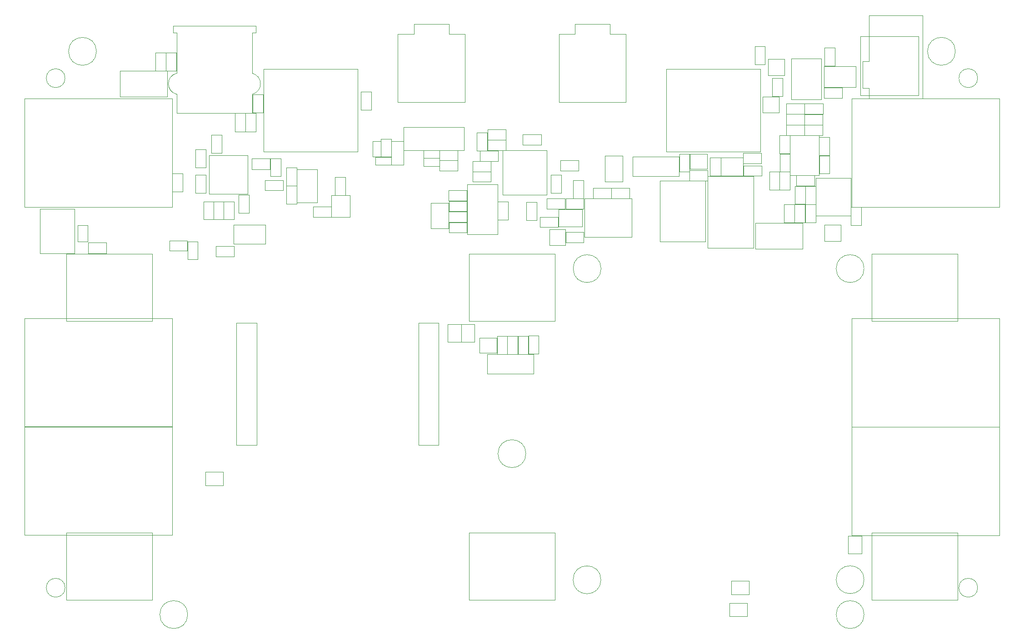
<source format=gbr>
%TF.GenerationSoftware,KiCad,Pcbnew,8.0.4+1*%
%TF.CreationDate,2024-10-16T16:42:29+00:00*%
%TF.ProjectId,pedalboard-hw,70656461-6c62-46f6-9172-642d68772e6b,4.0.0*%
%TF.SameCoordinates,Original*%
%TF.FileFunction,Other,User*%
%FSLAX46Y46*%
G04 Gerber Fmt 4.6, Leading zero omitted, Abs format (unit mm)*
G04 Created by KiCad (PCBNEW 8.0.4+1) date 2024-10-16 16:42:29*
%MOMM*%
%LPD*%
G01*
G04 APERTURE LIST*
%ADD10C,0.050000*%
%ADD11C,0.100000*%
%ADD12C,0.152400*%
%ADD13C,0.120000*%
G04 APERTURE END LIST*
D10*
%TO.C,TP3*%
X163260000Y-55360000D02*
X163260000Y-58360000D01*
X163260000Y-55360000D02*
X166260000Y-55360000D01*
X166260000Y-58360000D02*
X163260000Y-58360000D01*
X166260000Y-58360000D02*
X166260000Y-55360000D01*
%TO.C,R18*%
X148170000Y-44300000D02*
X151530000Y-44300000D01*
X148170000Y-46200000D02*
X148170000Y-44300000D01*
X151530000Y-44300000D02*
X151530000Y-46200000D01*
X151530000Y-46200000D02*
X148170000Y-46200000D01*
%TO.C,R21*%
X110210000Y-53860000D02*
X113570000Y-53860000D01*
X110210000Y-55760000D02*
X110210000Y-53860000D01*
X113570000Y-53860000D02*
X113570000Y-55760000D01*
X113570000Y-55760000D02*
X110210000Y-55760000D01*
%TO.C,C23*%
X114050000Y-43290000D02*
X117450000Y-43290000D01*
X114050000Y-45250000D02*
X114050000Y-43290000D01*
X117450000Y-43290000D02*
X117450000Y-45250000D01*
X117450000Y-45250000D02*
X114050000Y-45250000D01*
%TO.C,C48*%
X46030000Y-41260000D02*
X47990000Y-41260000D01*
X46030000Y-44660000D02*
X46030000Y-41260000D01*
X47990000Y-41260000D02*
X47990000Y-44660000D01*
X47990000Y-44660000D02*
X46030000Y-44660000D01*
%TO.C,H7*%
X170600000Y-121500000D02*
G75*
G02*
X165400000Y-121500000I-2600000J0D01*
G01*
X165400000Y-121500000D02*
G75*
G02*
X170600000Y-121500000I2600000J0D01*
G01*
%TO.C,FID1*%
X21750000Y-28000000D02*
G75*
G02*
X18250000Y-28000000I-1750000J0D01*
G01*
X18250000Y-28000000D02*
G75*
G02*
X21750000Y-28000000I1750000J0D01*
G01*
%TO.C,R10*%
X97720000Y-43510000D02*
X101080000Y-43510000D01*
X97720000Y-45410000D02*
X97720000Y-43510000D01*
X101080000Y-43510000D02*
X101080000Y-45410000D01*
X101080000Y-45410000D02*
X97720000Y-45410000D01*
%TO.C,J3*%
X113750000Y-19750000D02*
X113750000Y-20000000D01*
X113750000Y-20000000D02*
X113750000Y-32450000D01*
X113750000Y-32450000D02*
X126250000Y-32450000D01*
X116750000Y-17950000D02*
X116750000Y-19750000D01*
X116750000Y-19750000D02*
X113750000Y-19750000D01*
X123250000Y-17950000D02*
X116750000Y-17950000D01*
X123250000Y-19750000D02*
X123250000Y-17950000D01*
X126250000Y-19750000D02*
X123250000Y-19750000D01*
X126250000Y-32450000D02*
X126250000Y-19750000D01*
%TO.C,C21*%
X98460000Y-38150000D02*
X100420000Y-38150000D01*
X98460000Y-41550000D02*
X98460000Y-38150000D01*
X100420000Y-38150000D02*
X100420000Y-41550000D01*
X100420000Y-41550000D02*
X98460000Y-41550000D01*
%TO.C,C49*%
X46030000Y-46040000D02*
X47990000Y-46040000D01*
X46030000Y-49440000D02*
X46030000Y-46040000D01*
X47990000Y-46040000D02*
X47990000Y-49440000D01*
X47990000Y-49440000D02*
X46030000Y-49440000D01*
%TO.C,C29*%
X154860000Y-45460000D02*
X156820000Y-45460000D01*
X154860000Y-48860000D02*
X154860000Y-45460000D01*
X156820000Y-45460000D02*
X156820000Y-48860000D01*
X156820000Y-48860000D02*
X154860000Y-48860000D01*
%TO.C,FID2*%
X191755615Y-27994385D02*
G75*
G02*
X188255615Y-27994385I-1750000J0D01*
G01*
X188255615Y-27994385D02*
G75*
G02*
X191755615Y-27994385I1750000J0D01*
G01*
%TO.C,TP1*%
X151720000Y-31430000D02*
X151720000Y-34430000D01*
X151720000Y-31430000D02*
X154720000Y-31430000D01*
X154720000Y-34430000D02*
X151720000Y-34430000D01*
X154720000Y-34430000D02*
X154720000Y-31430000D01*
%TO.C,R9*%
X93257500Y-54900000D02*
X96617500Y-54900000D01*
X93257500Y-56800000D02*
X93257500Y-54900000D01*
X96617500Y-54900000D02*
X96617500Y-56800000D01*
X96617500Y-56800000D02*
X93257500Y-56800000D01*
%TO.C,J8*%
X14200000Y-31770000D02*
X14200000Y-52000000D01*
X14200000Y-52000000D02*
X41730000Y-52000000D01*
X41730000Y-31770000D02*
X14200000Y-31770000D01*
X41730000Y-31770000D02*
X41730000Y-52000000D01*
%TO.C,J19*%
X14200000Y-92970000D02*
X14200000Y-113200000D01*
X14200000Y-113200000D02*
X41730000Y-113200000D01*
X41730000Y-92970000D02*
X14200000Y-92970000D01*
X41730000Y-92970000D02*
X41730000Y-113200000D01*
%TO.C,C28*%
X155670000Y-51520000D02*
X157630000Y-51520000D01*
X155670000Y-54920000D02*
X155670000Y-51520000D01*
X157630000Y-51520000D02*
X157630000Y-54920000D01*
X157630000Y-54920000D02*
X155670000Y-54920000D01*
%TO.C,J7*%
X170337200Y-24888600D02*
X171537200Y-24888600D01*
X170337200Y-29888600D02*
X170337200Y-24888600D01*
X170337200Y-29888600D02*
X171537200Y-29888600D01*
X171537200Y-16288600D02*
X171537200Y-24888600D01*
X171537200Y-29888600D02*
X171537200Y-31788600D01*
X171537200Y-31788600D02*
X181537200Y-31788600D01*
X181537200Y-16288600D02*
X171537200Y-16288600D01*
X181537200Y-31788600D02*
X181537200Y-16288600D01*
%TO.C,U5*%
X118490000Y-50450000D02*
X118490000Y-57650000D01*
X118490000Y-57650000D02*
X127290000Y-57650000D01*
X127290000Y-50450000D02*
X118490000Y-50450000D01*
X127290000Y-57650000D02*
X127290000Y-50450000D01*
%TO.C,R20*%
X138087600Y-45186600D02*
X141447600Y-45186600D01*
X138087600Y-47086600D02*
X138087600Y-45186600D01*
X141447600Y-45186600D02*
X141447600Y-47086600D01*
X141447600Y-47086600D02*
X138087600Y-47086600D01*
%TO.C,J6*%
X169927200Y-20198600D02*
X169927200Y-31198600D01*
X169927200Y-31198600D02*
X180737200Y-31198600D01*
X180737200Y-20198600D02*
X169927200Y-20198600D01*
X180737200Y-31198600D02*
X180737200Y-20198600D01*
%TO.C,C24*%
X120110000Y-48440000D02*
X123510000Y-48440000D01*
X120110000Y-50400000D02*
X120110000Y-48440000D01*
X123510000Y-48440000D02*
X123510000Y-50400000D01*
X123510000Y-50400000D02*
X120110000Y-50400000D01*
%TO.C,C44*%
X49000000Y-38560000D02*
X50960000Y-38560000D01*
X49000000Y-41960000D02*
X49000000Y-38560000D01*
X50960000Y-38560000D02*
X50960000Y-41960000D01*
X50960000Y-41960000D02*
X49000000Y-41960000D01*
%TO.C,C43*%
X32015000Y-26642400D02*
X40815000Y-26642400D01*
X32015000Y-31442400D02*
X32015000Y-26642400D01*
X40815000Y-26642400D02*
X40815000Y-31442400D01*
X40815000Y-31442400D02*
X32015000Y-31442400D01*
%TO.C,SW4*%
X122360000Y-42460000D02*
X122360000Y-47260000D01*
X122360000Y-47260000D02*
X125660000Y-47260000D01*
X125660000Y-42460000D02*
X122360000Y-42460000D01*
X125660000Y-47260000D02*
X125660000Y-42460000D01*
%TO.C,R6*%
X97720000Y-45410000D02*
X101080000Y-45410000D01*
X97720000Y-47310000D02*
X97720000Y-45410000D01*
X101080000Y-45410000D02*
X101080000Y-47310000D01*
X101080000Y-47310000D02*
X97720000Y-47310000D01*
%TO.C,C45*%
X56540000Y-43010000D02*
X59940000Y-43010000D01*
X56540000Y-44970000D02*
X56540000Y-43010000D01*
X59940000Y-43010000D02*
X59940000Y-44970000D01*
X59940000Y-44970000D02*
X56540000Y-44970000D01*
%TO.C,C15*%
X93187500Y-52870000D02*
X96587500Y-52870000D01*
X93187500Y-54830000D02*
X93187500Y-52870000D01*
X96587500Y-52870000D02*
X96587500Y-54830000D01*
X96587500Y-54830000D02*
X93187500Y-54830000D01*
%TO.C,R29*%
X72041000Y-46437800D02*
X73941000Y-46437800D01*
X72041000Y-49797800D02*
X72041000Y-46437800D01*
X73941000Y-46437800D02*
X73941000Y-49797800D01*
X73941000Y-49797800D02*
X72041000Y-49797800D01*
%TO.C,JP3*%
X47899998Y-101400000D02*
X47899998Y-103900000D01*
X47899998Y-101400000D02*
X51199998Y-101400000D01*
X51199998Y-103900000D02*
X47899998Y-103900000D01*
X51199998Y-103900000D02*
X51199998Y-101400000D01*
%TO.C,C42*%
X40544600Y-23227600D02*
X42504600Y-23227600D01*
X40544600Y-26627600D02*
X40544600Y-23227600D01*
X42504600Y-23227600D02*
X42504600Y-26627600D01*
X42504600Y-26627600D02*
X40544600Y-26627600D01*
%TO.C,Y1*%
X64940000Y-45020000D02*
X64940000Y-51220000D01*
X64940000Y-51220000D02*
X68740000Y-51220000D01*
X68740000Y-45020000D02*
X64940000Y-45020000D01*
X68740000Y-51220000D02*
X68740000Y-45020000D01*
%TO.C,C33*%
X150379000Y-55014200D02*
X159179000Y-55014200D01*
X150379000Y-59814200D02*
X150379000Y-55014200D01*
X159179000Y-55014200D02*
X159179000Y-59814200D01*
X159179000Y-59814200D02*
X150379000Y-59814200D01*
%TO.C,R8*%
X93257500Y-50900000D02*
X96617500Y-50900000D01*
X93257500Y-52800000D02*
X93257500Y-50900000D01*
X96617500Y-50900000D02*
X96617500Y-52800000D01*
X96617500Y-52800000D02*
X93257500Y-52800000D01*
%TO.C,J20*%
X14200000Y-72770000D02*
X14200000Y-93000000D01*
X14200000Y-93000000D02*
X41730000Y-93000000D01*
X41730000Y-72770000D02*
X14200000Y-72770000D01*
X41730000Y-72770000D02*
X41730000Y-93000000D01*
%TO.C,J22*%
X168270000Y-113225000D02*
X168270000Y-92995000D01*
X168270000Y-113225000D02*
X195800000Y-113225000D01*
X195800000Y-92995000D02*
X168270000Y-92995000D01*
X195800000Y-113225000D02*
X195800000Y-92995000D01*
%TO.C,J12*%
X127515000Y-42650000D02*
X127515000Y-46250000D01*
X127515000Y-46250000D02*
X136165000Y-46250000D01*
X136165000Y-42650000D02*
X127515000Y-42650000D01*
X136165000Y-46250000D02*
X136165000Y-42650000D01*
%TO.C,R25*%
X49430000Y-50984400D02*
X51330000Y-50984400D01*
X49430000Y-54344400D02*
X49430000Y-50984400D01*
X51330000Y-50984400D02*
X51330000Y-54344400D01*
X51330000Y-54344400D02*
X49430000Y-54344400D01*
%TO.C,C34*%
X157940000Y-46130000D02*
X161340000Y-46130000D01*
X157940000Y-48090000D02*
X157940000Y-46130000D01*
X161340000Y-46130000D02*
X161340000Y-48090000D01*
X161340000Y-48090000D02*
X157940000Y-48090000D01*
%TO.C,R28*%
X51330000Y-50994400D02*
X53230000Y-50994400D01*
X51330000Y-54354400D02*
X51330000Y-50994400D01*
X53230000Y-50994400D02*
X53230000Y-54354400D01*
X53230000Y-54354400D02*
X51330000Y-54354400D01*
D11*
%TO.C,Y2*%
X113692000Y-52487500D02*
X113946000Y-52487500D01*
X113692000Y-55687900D02*
X113692000Y-52487500D01*
X113946000Y-52483700D02*
X118054000Y-52483700D01*
X113946000Y-55687900D02*
X113692000Y-55687900D01*
D12*
X118054000Y-52483700D02*
X118054000Y-52487500D01*
X118054000Y-52487500D02*
X118054000Y-52487500D01*
D11*
X118054000Y-52487500D02*
X118054000Y-55687900D01*
D12*
X118054000Y-55687900D02*
X118054000Y-55687900D01*
D11*
X118054000Y-55691700D02*
X113946000Y-55691700D01*
D12*
X118054000Y-55691700D02*
X118054000Y-55687900D01*
D10*
%TO.C,H6*%
X121580000Y-121520000D02*
G75*
G02*
X116380000Y-121520000I-2600000J0D01*
G01*
X116380000Y-121520000D02*
G75*
G02*
X121580000Y-121520000I2600000J0D01*
G01*
%TO.C,R15*%
X154880000Y-42090000D02*
X156780000Y-42090000D01*
X154880000Y-45450000D02*
X154880000Y-42090000D01*
X156780000Y-42090000D02*
X156780000Y-45450000D01*
X156780000Y-45450000D02*
X154880000Y-45450000D01*
%TO.C,D2*%
X115020000Y-56730000D02*
X118380000Y-56730000D01*
X115020000Y-58630000D02*
X115020000Y-56730000D01*
X118380000Y-56730000D02*
X118380000Y-58630000D01*
X118380000Y-58630000D02*
X115020000Y-58630000D01*
%TO.C,SW6*%
X97000000Y-60750000D02*
X97000000Y-73250000D01*
X97000000Y-73250000D02*
X113000000Y-73250000D01*
X113000000Y-60750000D02*
X97000000Y-60750000D01*
X113000000Y-73250000D02*
X113000000Y-60750000D01*
%TO.C,FID4*%
X191755615Y-122994385D02*
G75*
G02*
X188255615Y-122994385I-1750000J0D01*
G01*
X188255615Y-122994385D02*
G75*
G02*
X191755615Y-122994385I1750000J0D01*
G01*
%TO.C,C8*%
X153440000Y-27970000D02*
X155400000Y-27970000D01*
X153440000Y-31370000D02*
X153440000Y-27970000D01*
X155400000Y-27970000D02*
X155400000Y-31370000D01*
X155400000Y-31370000D02*
X153440000Y-31370000D01*
%TO.C,C37*%
X168150000Y-52030000D02*
X170110000Y-52030000D01*
X168150000Y-55430000D02*
X168150000Y-52030000D01*
X170110000Y-52030000D02*
X170110000Y-55430000D01*
X170110000Y-55430000D02*
X168150000Y-55430000D01*
%TO.C,R7*%
X136170000Y-42110000D02*
X138070000Y-42110000D01*
X136170000Y-45470000D02*
X136170000Y-42110000D01*
X138070000Y-42110000D02*
X138070000Y-45470000D01*
X138070000Y-45470000D02*
X136170000Y-45470000D01*
%TO.C,SW3*%
X89860000Y-51250000D02*
X89860000Y-56050000D01*
X89860000Y-56050000D02*
X93160000Y-56050000D01*
X93160000Y-51250000D02*
X89860000Y-51250000D01*
X93160000Y-56050000D02*
X93160000Y-51250000D01*
%TO.C,R13*%
X162260000Y-42450000D02*
X164160000Y-42450000D01*
X162260000Y-45810000D02*
X162260000Y-42450000D01*
X164160000Y-42450000D02*
X164160000Y-45810000D01*
X164160000Y-45810000D02*
X162260000Y-45810000D01*
%TO.C,JP6*%
X145550000Y-125850000D02*
X145550000Y-128350000D01*
X145550000Y-125850000D02*
X148850000Y-125850000D01*
X148850000Y-128350000D02*
X145550000Y-128350000D01*
X148850000Y-128350000D02*
X148850000Y-125850000D01*
%TO.C,H1*%
X27600000Y-23000000D02*
G75*
G02*
X22400000Y-23000000I-2600000J0D01*
G01*
X22400000Y-23000000D02*
G75*
G02*
X27600000Y-23000000I2600000J0D01*
G01*
%TO.C,C32*%
X159640000Y-51520000D02*
X161600000Y-51520000D01*
X159640000Y-54920000D02*
X159640000Y-51520000D01*
X161600000Y-51520000D02*
X161600000Y-54920000D01*
X161600000Y-54920000D02*
X159640000Y-54920000D01*
%TO.C,J5*%
X168285000Y-52030000D02*
X168285000Y-31800000D01*
X168285000Y-52030000D02*
X195815000Y-52030000D01*
X195815000Y-31800000D02*
X168285000Y-31800000D01*
X195815000Y-52030000D02*
X195815000Y-31800000D01*
%TO.C,R26*%
X47530000Y-50984400D02*
X49430000Y-50984400D01*
X47530000Y-54344400D02*
X47530000Y-50984400D01*
X49430000Y-50984400D02*
X49430000Y-54344400D01*
X49430000Y-54344400D02*
X47530000Y-54344400D01*
%TO.C,C30*%
X162230000Y-39020000D02*
X164190000Y-39020000D01*
X162230000Y-42420000D02*
X162230000Y-39020000D01*
X164190000Y-39020000D02*
X164190000Y-42420000D01*
X164190000Y-42420000D02*
X162230000Y-42420000D01*
%TO.C,JP5*%
X145850000Y-121750000D02*
X145850000Y-124250000D01*
X145850000Y-121750000D02*
X149150000Y-121750000D01*
X149150000Y-124250000D02*
X145850000Y-124250000D01*
X149150000Y-124250000D02*
X149150000Y-121750000D01*
%TO.C,R23*%
X44558200Y-58452000D02*
X46458200Y-58452000D01*
X44558200Y-61812000D02*
X44558200Y-58452000D01*
X46458200Y-58452000D02*
X46458200Y-61812000D01*
X46458200Y-61812000D02*
X44558200Y-61812000D01*
%TO.C,H4*%
X170600000Y-63500000D02*
G75*
G02*
X165400000Y-63500000I-2600000J0D01*
G01*
X165400000Y-63500000D02*
G75*
G02*
X170600000Y-63500000I2600000J0D01*
G01*
%TO.C,H5*%
X121600000Y-63500000D02*
G75*
G02*
X116400000Y-63500000I-2600000J0D01*
G01*
X116400000Y-63500000D02*
G75*
G02*
X121600000Y-63500000I2600000J0D01*
G01*
%TO.C,C35*%
X154860000Y-38670000D02*
X156820000Y-38670000D01*
X154860000Y-42070000D02*
X154860000Y-38670000D01*
X156820000Y-38670000D02*
X156820000Y-42070000D01*
X156820000Y-42070000D02*
X154860000Y-42070000D01*
%TO.C,SW1*%
X58750000Y-26300000D02*
X58750000Y-41700000D01*
X58750000Y-26300000D02*
X76250000Y-26300000D01*
X76250000Y-41700000D02*
X58750000Y-41700000D01*
X76250000Y-41700000D02*
X76250000Y-26300000D01*
%TO.C,C9*%
X156100000Y-34710000D02*
X159500000Y-34710000D01*
X156100000Y-36670000D02*
X156100000Y-34710000D01*
X159500000Y-34710000D02*
X159500000Y-36670000D01*
X159500000Y-36670000D02*
X156100000Y-36670000D01*
%TO.C,U6*%
X156820000Y-38700000D02*
X156820000Y-46100000D01*
X156820000Y-46100000D02*
X162220000Y-46100000D01*
X162220000Y-38700000D02*
X156820000Y-38700000D01*
X162220000Y-46100000D02*
X162220000Y-38700000D01*
%TO.C,C18*%
X93211200Y-48915800D02*
X96611200Y-48915800D01*
X93211200Y-50875800D02*
X93211200Y-48915800D01*
X96611200Y-48915800D02*
X96611200Y-50875800D01*
X96611200Y-50875800D02*
X93211200Y-50875800D01*
%TO.C,C41*%
X38584600Y-23227600D02*
X40544600Y-23227600D01*
X38584600Y-26627600D02*
X38584600Y-23227600D01*
X40544600Y-23227600D02*
X40544600Y-26627600D01*
X40544600Y-26627600D02*
X38584600Y-26627600D01*
%TO.C,R22*%
X41186600Y-58267600D02*
X44546600Y-58267600D01*
X41186600Y-60167600D02*
X41186600Y-58267600D01*
X44546600Y-58267600D02*
X44546600Y-60167600D01*
X44546600Y-60167600D02*
X41186600Y-60167600D01*
%TO.C,R3*%
X80596600Y-39316400D02*
X82496600Y-39316400D01*
X80596600Y-42676400D02*
X80596600Y-39316400D01*
X82496600Y-39316400D02*
X82496600Y-42676400D01*
X82496600Y-42676400D02*
X80596600Y-42676400D01*
%TO.C,C19*%
X102370000Y-51000000D02*
X104330000Y-51000000D01*
X102370000Y-54400000D02*
X102370000Y-51000000D01*
X104330000Y-51000000D02*
X104330000Y-54400000D01*
X104330000Y-54400000D02*
X102370000Y-54400000D01*
%TO.C,U10*%
X71392600Y-49827000D02*
X71392600Y-53927000D01*
X71392600Y-53927000D02*
X74792600Y-53927000D01*
X74792600Y-49827000D02*
X71392600Y-49827000D01*
X74792600Y-53927000D02*
X74792600Y-49827000D01*
%TO.C,H15*%
X170600000Y-128000000D02*
G75*
G02*
X165400000Y-128000000I-2600000J0D01*
G01*
X165400000Y-128000000D02*
G75*
G02*
X170600000Y-128000000I2600000J0D01*
G01*
%TO.C,R27*%
X59020000Y-47030000D02*
X62380000Y-47030000D01*
X59020000Y-48930000D02*
X59020000Y-47030000D01*
X62380000Y-47030000D02*
X62380000Y-48930000D01*
X62380000Y-48930000D02*
X59020000Y-48930000D01*
%TO.C,C50*%
X26050000Y-58670000D02*
X29450000Y-58670000D01*
X26050000Y-60630000D02*
X26050000Y-58670000D01*
X29450000Y-58670000D02*
X29450000Y-60630000D01*
X29450000Y-60630000D02*
X26050000Y-60630000D01*
%TO.C,Q1*%
X157060000Y-24360000D02*
X162660000Y-24360000D01*
X162660000Y-31960000D01*
X157060000Y-31960000D01*
X157060000Y-24360000D01*
%TO.C,R11*%
X115020000Y-50437700D02*
X118380000Y-50437700D01*
X115020000Y-52337700D02*
X115020000Y-50437700D01*
X118380000Y-50437700D02*
X118380000Y-52337700D01*
X118380000Y-52337700D02*
X115020000Y-52337700D01*
%TO.C,C51*%
X56720000Y-31050000D02*
X58680000Y-31050000D01*
X56720000Y-34450000D02*
X56720000Y-31050000D01*
X58680000Y-31050000D02*
X58680000Y-34450000D01*
X58680000Y-34450000D02*
X56720000Y-34450000D01*
%TO.C,C1*%
X76820000Y-30500000D02*
X78780000Y-30500000D01*
X76820000Y-33900000D02*
X76820000Y-30500000D01*
X78780000Y-30500000D02*
X78780000Y-33900000D01*
X78780000Y-33900000D02*
X76820000Y-33900000D01*
%TO.C,C3*%
X159530000Y-32750000D02*
X162930000Y-32750000D01*
X159530000Y-34710000D02*
X159530000Y-32750000D01*
X162930000Y-32750000D02*
X162930000Y-34710000D01*
X162930000Y-34710000D02*
X159530000Y-34710000D01*
%TO.C,J16*%
X100375000Y-79500000D02*
X100375000Y-83100000D01*
X100375000Y-83100000D02*
X109025000Y-83100000D01*
X109025000Y-79500000D02*
X100375000Y-79500000D01*
X109025000Y-83100000D02*
X109025000Y-79500000D01*
%TO.C,C2*%
X163130000Y-29750000D02*
X166530000Y-29750000D01*
X163130000Y-31710000D02*
X163130000Y-29750000D01*
X166530000Y-29750000D02*
X166530000Y-31710000D01*
X166530000Y-31710000D02*
X163130000Y-31710000D01*
%TO.C,J18*%
X168270000Y-93010000D02*
X168270000Y-72780000D01*
X168270000Y-93010000D02*
X195800000Y-93010000D01*
X195800000Y-72780000D02*
X168270000Y-72780000D01*
X195800000Y-93010000D02*
X195800000Y-72780000D01*
%TO.C,C4*%
X163190000Y-22330000D02*
X165150000Y-22330000D01*
X163190000Y-25730000D02*
X163190000Y-22330000D01*
X165150000Y-22330000D02*
X165150000Y-25730000D01*
X165150000Y-25730000D02*
X163190000Y-25730000D01*
%TO.C,J9*%
X17090000Y-60640000D02*
X17090000Y-52370000D01*
X17090000Y-60640000D02*
X23550000Y-60640000D01*
X23550000Y-52370000D02*
X17090000Y-52370000D01*
X23550000Y-52370000D02*
X23550000Y-60640000D01*
%TO.C,C36*%
X157650000Y-51530000D02*
X159610000Y-51530000D01*
X157650000Y-54930000D02*
X157650000Y-51530000D01*
X159610000Y-51530000D02*
X159610000Y-54930000D01*
X159610000Y-54930000D02*
X157650000Y-54930000D01*
%TO.C,C40*%
X53370000Y-34550000D02*
X55330000Y-34550000D01*
X53370000Y-37950000D02*
X53370000Y-34550000D01*
X55330000Y-34550000D02*
X55330000Y-37950000D01*
X55330000Y-37950000D02*
X53370000Y-37950000D01*
%TO.C,JP4*%
X167650000Y-116650000D02*
X167650000Y-113350000D01*
X167650000Y-116650000D02*
X170150000Y-116650000D01*
X170150000Y-113350000D02*
X167650000Y-113350000D01*
X170150000Y-113350000D02*
X170150000Y-116650000D01*
%TO.C,SW5*%
X22000000Y-60750000D02*
X22000000Y-73250000D01*
X22000000Y-73250000D02*
X38000000Y-73250000D01*
X38000000Y-60750000D02*
X22000000Y-60750000D01*
X38000000Y-73250000D02*
X38000000Y-60750000D01*
%TO.C,U9*%
X48590000Y-42360000D02*
X48590000Y-49560000D01*
X48590000Y-49560000D02*
X55790000Y-49560000D01*
X55790000Y-42360000D02*
X48590000Y-42360000D01*
X55790000Y-49560000D02*
X55790000Y-42360000D01*
%TO.C,U2*%
X84811600Y-37101400D02*
X84811600Y-41441400D01*
X84811600Y-41441400D02*
X96111600Y-41441400D01*
X96111600Y-37101400D02*
X84811600Y-37101400D01*
X96111600Y-41441400D02*
X96111600Y-37101400D01*
%TO.C,U8*%
X53170000Y-58910000D02*
X53170000Y-55310000D01*
X59070000Y-55310000D02*
X53170000Y-55310000D01*
X59070000Y-58910000D02*
X53170000Y-58910000D01*
X59070000Y-58910000D02*
X59070000Y-55310000D01*
%TO.C,R4*%
X91529000Y-41441400D02*
X94889000Y-41441400D01*
X91529000Y-43341400D02*
X91529000Y-41441400D01*
X94889000Y-41441400D02*
X94889000Y-43341400D01*
X94889000Y-43341400D02*
X91529000Y-43341400D01*
%TO.C,R16*%
X108090000Y-76022500D02*
X109990000Y-76022500D01*
X108090000Y-79382500D02*
X108090000Y-76022500D01*
X109990000Y-76022500D02*
X109990000Y-79382500D01*
X109990000Y-79382500D02*
X108090000Y-79382500D01*
%TO.C,JP2*%
X95550000Y-77150000D02*
X95550000Y-73850000D01*
X95550000Y-77150000D02*
X98050000Y-77150000D01*
X98050000Y-73850000D02*
X95550000Y-73850000D01*
X98050000Y-73850000D02*
X98050000Y-77150000D01*
%TO.C,JP1*%
X93050000Y-77150000D02*
X93050000Y-73850000D01*
X93050000Y-77150000D02*
X95550000Y-77150000D01*
X95550000Y-73850000D02*
X93050000Y-73850000D01*
X95550000Y-73850000D02*
X95550000Y-77150000D01*
%TO.C,R24*%
X60020000Y-42940000D02*
X61920000Y-42940000D01*
X60020000Y-46300000D02*
X60020000Y-42940000D01*
X61920000Y-42940000D02*
X61920000Y-46300000D01*
X61920000Y-46300000D02*
X60020000Y-46300000D01*
%TO.C,U3*%
X103280000Y-41480000D02*
X103280000Y-49720000D01*
X103280000Y-49720000D02*
X111520000Y-49720000D01*
X111520000Y-41480000D02*
X103280000Y-41480000D01*
X111520000Y-49720000D02*
X111520000Y-41480000D01*
%TO.C,C46*%
X49820000Y-59320000D02*
X53220000Y-59320000D01*
X49820000Y-61280000D02*
X49820000Y-59320000D01*
X53220000Y-59320000D02*
X53220000Y-61280000D01*
X53220000Y-61280000D02*
X49820000Y-61280000D01*
%TO.C,D7*%
X104140000Y-76072500D02*
X106040000Y-76072500D01*
X104140000Y-79432500D02*
X104140000Y-76072500D01*
X106040000Y-76072500D02*
X106040000Y-79432500D01*
X106040000Y-79432500D02*
X104140000Y-79432500D01*
%TO.C,C38*%
X67938200Y-51963800D02*
X71338200Y-51963800D01*
X67938200Y-53923800D02*
X67938200Y-51963800D01*
X71338200Y-51963800D02*
X71338200Y-53923800D01*
X71338200Y-53923800D02*
X67938200Y-53923800D01*
%TO.C,C27*%
X123530000Y-48470000D02*
X126930000Y-48470000D01*
X123530000Y-50430000D02*
X123530000Y-48470000D01*
X126930000Y-48470000D02*
X126930000Y-50430000D01*
X126930000Y-50430000D02*
X123530000Y-50430000D01*
%TO.C,C10*%
X159510000Y-34730000D02*
X162910000Y-34730000D01*
X159510000Y-36690000D02*
X159510000Y-34730000D01*
X162910000Y-34730000D02*
X162910000Y-36690000D01*
X162910000Y-36690000D02*
X159510000Y-36690000D01*
%TO.C,R19*%
X148070000Y-42000000D02*
X151430000Y-42000000D01*
X148070000Y-43900000D02*
X148070000Y-42000000D01*
X151430000Y-42000000D02*
X151430000Y-43900000D01*
X151430000Y-43900000D02*
X148070000Y-43900000D01*
%TO.C,R12*%
X152960000Y-45450000D02*
X154860000Y-45450000D01*
X152960000Y-48810000D02*
X152960000Y-45450000D01*
X154860000Y-45450000D02*
X154860000Y-48810000D01*
X154860000Y-48810000D02*
X152960000Y-48810000D01*
%TO.C,C13*%
X107040000Y-38480000D02*
X110440000Y-38480000D01*
X107040000Y-40440000D02*
X107040000Y-38480000D01*
X110440000Y-38480000D02*
X110440000Y-40440000D01*
X110440000Y-40440000D02*
X107040000Y-40440000D01*
%TO.C,R5*%
X91529000Y-43341400D02*
X94889000Y-43341400D01*
X91529000Y-45241400D02*
X91529000Y-43341400D01*
X94889000Y-43341400D02*
X94889000Y-45241400D01*
X94889000Y-45241400D02*
X91529000Y-45241400D01*
%TO.C,L4*%
X79091600Y-39716400D02*
X80551600Y-39716400D01*
X79091600Y-42676400D02*
X79091600Y-39716400D01*
X80551600Y-39716400D02*
X80551600Y-42676400D01*
X80551600Y-42676400D02*
X79091600Y-42676400D01*
%TO.C,D1*%
X82511600Y-44121400D02*
X82511600Y-39721400D01*
X84811600Y-39721400D02*
X82511600Y-39721400D01*
X84811600Y-39721400D02*
X84811600Y-44121400D01*
X84811600Y-44121400D02*
X82511600Y-44121400D01*
%TO.C,J10*%
X41880000Y-18260000D02*
X41880000Y-19560000D01*
X41880000Y-19560000D02*
X42530000Y-19560000D01*
X42530000Y-19560000D02*
X42530000Y-27090000D01*
X42530000Y-34520000D02*
X42530000Y-30990000D01*
X56630000Y-19560000D02*
X56630000Y-27090000D01*
X56630000Y-34520000D02*
X42530000Y-34520000D01*
X56630000Y-34520000D02*
X56630000Y-30990000D01*
X57280000Y-18260000D02*
X41880000Y-18260000D01*
X57280000Y-18260000D02*
X57280000Y-19560000D01*
X57280000Y-19560000D02*
X56630000Y-19560000D01*
X42530000Y-30990000D02*
G75*
G02*
X42530000Y-27090000I480000J1950000D01*
G01*
X56630000Y-27090000D02*
G75*
G02*
X56630000Y-30990000I-480000J-1950000D01*
G01*
%TO.C,C17*%
X100490000Y-37560000D02*
X103890000Y-37560000D01*
X100490000Y-39520000D02*
X100490000Y-37560000D01*
X103890000Y-37560000D02*
X103890000Y-39520000D01*
X103890000Y-39520000D02*
X100490000Y-39520000D01*
%TO.C,R1*%
X150247600Y-22053800D02*
X152147600Y-22053800D01*
X150247600Y-25413800D02*
X150247600Y-22053800D01*
X152147600Y-22053800D02*
X152147600Y-25413800D01*
X152147600Y-25413800D02*
X150247600Y-25413800D01*
%TO.C,L1*%
X79541600Y-42691400D02*
X82501600Y-42691400D01*
X79541600Y-44151400D02*
X79541600Y-42691400D01*
X82501600Y-42691400D02*
X82501600Y-44151400D01*
X82501600Y-44151400D02*
X79541600Y-44151400D01*
%TO.C,C22*%
X111500000Y-50407700D02*
X114900000Y-50407700D01*
X111500000Y-52367700D02*
X111500000Y-50407700D01*
X114900000Y-50407700D02*
X114900000Y-52367700D01*
X114900000Y-52367700D02*
X111500000Y-52367700D01*
%TO.C,F1*%
X163120000Y-25760000D02*
X169020000Y-25760000D01*
X163120000Y-29660000D02*
X163120000Y-25760000D01*
X169020000Y-25760000D02*
X169020000Y-29660000D01*
X169020000Y-29660000D02*
X163120000Y-29660000D01*
%TO.C,J28*%
X132550000Y-47100000D02*
X132550000Y-58500000D01*
X132550000Y-58500000D02*
X141050000Y-58500000D01*
X141050000Y-47100000D02*
X132550000Y-47100000D01*
X141050000Y-58500000D02*
X141050000Y-47100000D01*
%TO.C,SW10*%
X172000000Y-112750000D02*
X172000000Y-125250000D01*
X172000000Y-125250000D02*
X188000000Y-125250000D01*
X188000000Y-112750000D02*
X172000000Y-112750000D01*
X188000000Y-125250000D02*
X188000000Y-112750000D01*
%TO.C,U4*%
X96640000Y-47800000D02*
X96640000Y-57100000D01*
X96640000Y-57100000D02*
X102360000Y-57100000D01*
X102360000Y-47800000D02*
X96640000Y-47800000D01*
X102360000Y-57100000D02*
X102360000Y-47800000D01*
%TO.C,C47*%
X54050000Y-49740000D02*
X56010000Y-49740000D01*
X54050000Y-53140000D02*
X54050000Y-49740000D01*
X56010000Y-49740000D02*
X56010000Y-53140000D01*
X56010000Y-53140000D02*
X54050000Y-53140000D01*
D13*
%TO.C,CM1*%
X53650000Y-73600000D02*
X57430000Y-73600000D01*
X53650000Y-96400000D02*
X53650000Y-73600000D01*
X57430000Y-73600000D02*
X57430000Y-96400000D01*
X57430000Y-96400000D02*
X53650000Y-96400000D01*
X87570000Y-73600000D02*
X91350000Y-73600000D01*
X87570000Y-96400000D02*
X87570000Y-73600000D01*
X91350000Y-73600000D02*
X91350000Y-96400000D01*
X91350000Y-96400000D02*
X87570000Y-96400000D01*
D10*
%TO.C,FID3*%
X21755615Y-122994385D02*
G75*
G02*
X18255615Y-122994385I-1750000J0D01*
G01*
X18255615Y-122994385D02*
G75*
G02*
X21755615Y-122994385I1750000J0D01*
G01*
%TO.C,SW7*%
X172000000Y-60750000D02*
X172000000Y-73250000D01*
X172000000Y-73250000D02*
X188000000Y-73250000D01*
X188000000Y-60750000D02*
X172000000Y-60750000D01*
X188000000Y-73250000D02*
X188000000Y-60750000D01*
%TO.C,C5*%
X156090000Y-36690000D02*
X159490000Y-36690000D01*
X156090000Y-38650000D02*
X156090000Y-36690000D01*
X159490000Y-36690000D02*
X159490000Y-38650000D01*
X159490000Y-38650000D02*
X156090000Y-38650000D01*
%TO.C,H14*%
X44600000Y-128000000D02*
G75*
G02*
X39400000Y-128000000I-2600000J0D01*
G01*
X39400000Y-128000000D02*
G75*
G02*
X44600000Y-128000000I2600000J0D01*
G01*
%TO.C,C6*%
X156120000Y-32750000D02*
X159520000Y-32750000D01*
X156120000Y-34710000D02*
X156120000Y-32750000D01*
X159520000Y-32750000D02*
X159520000Y-34710000D01*
X159520000Y-34710000D02*
X156120000Y-34710000D01*
%TO.C,SW8*%
X22000000Y-112750000D02*
X22000000Y-125250000D01*
X22000000Y-125250000D02*
X38000000Y-125250000D01*
X38000000Y-112750000D02*
X22000000Y-112750000D01*
X38000000Y-125250000D02*
X38000000Y-112750000D01*
%TO.C,C7*%
X159500000Y-36700000D02*
X162900000Y-36700000D01*
X159500000Y-38660000D02*
X159500000Y-36700000D01*
X162900000Y-36700000D02*
X162900000Y-38660000D01*
X162900000Y-38660000D02*
X159500000Y-38660000D01*
%TO.C,R17*%
X102240000Y-76072500D02*
X104140000Y-76072500D01*
X102240000Y-79432500D02*
X102240000Y-76072500D01*
X104140000Y-76072500D02*
X104140000Y-79432500D01*
X104140000Y-79432500D02*
X102240000Y-79432500D01*
%TO.C,C16*%
X112220000Y-46000000D02*
X114180000Y-46000000D01*
X112220000Y-49400000D02*
X112220000Y-46000000D01*
X114180000Y-46000000D02*
X114180000Y-49400000D01*
X114180000Y-49400000D02*
X112220000Y-49400000D01*
%TO.C,R14*%
X157720000Y-48120000D02*
X159620000Y-48120000D01*
X157720000Y-51480000D02*
X157720000Y-48120000D01*
X159620000Y-48120000D02*
X159620000Y-51480000D01*
X159620000Y-51480000D02*
X157720000Y-51480000D01*
%TO.C,H3*%
X187605615Y-22994385D02*
G75*
G02*
X182405615Y-22994385I-2600000J0D01*
G01*
X182405615Y-22994385D02*
G75*
G02*
X187605615Y-22994385I2600000J0D01*
G01*
%TO.C,D6*%
X106140000Y-76072500D02*
X108040000Y-76072500D01*
X106140000Y-79432500D02*
X106140000Y-76072500D01*
X108040000Y-76072500D02*
X108040000Y-79432500D01*
X108040000Y-79432500D02*
X106140000Y-79432500D01*
%TO.C,C14*%
X100500000Y-39520000D02*
X103900000Y-39520000D01*
X100500000Y-41480000D02*
X100500000Y-39520000D01*
X103900000Y-39520000D02*
X103900000Y-41480000D01*
X103900000Y-41480000D02*
X100500000Y-41480000D01*
%TO.C,L2*%
X88529000Y-42917400D02*
X91489000Y-42917400D01*
X88529000Y-44377400D02*
X88529000Y-42917400D01*
X91489000Y-42917400D02*
X91489000Y-44377400D01*
X91489000Y-44377400D02*
X88529000Y-44377400D01*
%TO.C,U11*%
X24140000Y-55450000D02*
X25960000Y-55450000D01*
X24140000Y-58450000D02*
X24140000Y-55450000D01*
X25960000Y-55450000D02*
X25960000Y-58450000D01*
X25960000Y-58450000D02*
X24140000Y-58450000D01*
%TO.C,TP2*%
X152730000Y-24440000D02*
X152730000Y-27440000D01*
X152730000Y-24440000D02*
X155730000Y-24440000D01*
X155730000Y-27440000D02*
X152730000Y-27440000D01*
X155730000Y-27440000D02*
X155730000Y-24440000D01*
%TO.C,C11*%
X62980000Y-44660000D02*
X64940000Y-44660000D01*
X62980000Y-48060000D02*
X62980000Y-44660000D01*
X64940000Y-44660000D02*
X64940000Y-48060000D01*
X64940000Y-48060000D02*
X62980000Y-48060000D01*
%TO.C,R2*%
X41750000Y-45780000D02*
X43650000Y-45780000D01*
X41750000Y-49140000D02*
X41750000Y-45780000D01*
X43650000Y-45780000D02*
X43650000Y-49140000D01*
X43650000Y-49140000D02*
X41750000Y-49140000D01*
%TO.C,U1*%
X138150000Y-42100000D02*
X138150000Y-44900000D01*
X138150000Y-42100000D02*
X141350000Y-42100000D01*
X138150000Y-44900000D02*
X141350000Y-44900000D01*
X141350000Y-44900000D02*
X141350000Y-42100000D01*
%TO.C,SW2*%
X133750000Y-26300000D02*
X133750000Y-41700000D01*
X133750000Y-26300000D02*
X151250000Y-26300000D01*
X151250000Y-41700000D02*
X133750000Y-41700000D01*
X151250000Y-41700000D02*
X151250000Y-26300000D01*
%TO.C,H16*%
X107600000Y-98000000D02*
G75*
G02*
X102400000Y-98000000I-2600000J0D01*
G01*
X102400000Y-98000000D02*
G75*
G02*
X107600000Y-98000000I2600000J0D01*
G01*
%TO.C,SW9*%
X97000000Y-112750000D02*
X97000000Y-125250000D01*
X97000000Y-125250000D02*
X113000000Y-125250000D01*
X113000000Y-112750000D02*
X97000000Y-112750000D01*
X113000000Y-125250000D02*
X113000000Y-112750000D01*
%TO.C,U7*%
X98990600Y-76452500D02*
X98990600Y-79252500D01*
X98990600Y-76452500D02*
X102190600Y-76452500D01*
X98990600Y-79252500D02*
X102190600Y-79252500D01*
X102190600Y-79252500D02*
X102190600Y-76452500D01*
%TO.C,C20*%
X107660000Y-51100000D02*
X109620000Y-51100000D01*
X107660000Y-54500000D02*
X107660000Y-51100000D01*
X109620000Y-51100000D02*
X109620000Y-54500000D01*
X109620000Y-54500000D02*
X107660000Y-54500000D01*
%TO.C,C26*%
X116420000Y-47000000D02*
X118380000Y-47000000D01*
X116420000Y-50400000D02*
X116420000Y-47000000D01*
X118380000Y-47000000D02*
X118380000Y-50400000D01*
X118380000Y-50400000D02*
X116420000Y-50400000D01*
%TO.C,C31*%
X159690000Y-48120000D02*
X161650000Y-48120000D01*
X159690000Y-51520000D02*
X159690000Y-48120000D01*
X161650000Y-48120000D02*
X161650000Y-51520000D01*
X161650000Y-51520000D02*
X159690000Y-51520000D01*
%TO.C,TP4*%
X111990000Y-56160000D02*
X111990000Y-59160000D01*
X111990000Y-56160000D02*
X114990000Y-56160000D01*
X114990000Y-59160000D02*
X111990000Y-59160000D01*
X114990000Y-59160000D02*
X114990000Y-56160000D01*
%TO.C,L5*%
X161650000Y-46640000D02*
X161650000Y-53640000D01*
X161650000Y-53640000D02*
X168150000Y-53640000D01*
X168150000Y-46640000D02*
X161650000Y-46640000D01*
X168150000Y-53640000D02*
X168150000Y-46640000D01*
%TO.C,U12*%
X143950000Y-42800000D02*
X143950000Y-46200000D01*
X143950000Y-46200000D02*
X148050000Y-46200000D01*
X148050000Y-42800000D02*
X143950000Y-42800000D01*
X148050000Y-46200000D02*
X148050000Y-42800000D01*
%TO.C,C25*%
X62980000Y-48060000D02*
X64940000Y-48060000D01*
X62980000Y-51460000D02*
X62980000Y-48060000D01*
X64940000Y-48060000D02*
X64940000Y-51460000D01*
X64940000Y-51460000D02*
X62980000Y-51460000D01*
%TO.C,C12*%
X99030000Y-41550000D02*
X102430000Y-41550000D01*
X99030000Y-43510000D02*
X99030000Y-41550000D01*
X102430000Y-41550000D02*
X102430000Y-43510000D01*
X102430000Y-43510000D02*
X99030000Y-43510000D01*
%TO.C,C52*%
X141920000Y-42800000D02*
X143880000Y-42800000D01*
X141920000Y-46200000D02*
X141920000Y-42800000D01*
X143880000Y-42800000D02*
X143880000Y-46200000D01*
X143880000Y-46200000D02*
X141920000Y-46200000D01*
%TO.C,J14*%
X141486600Y-46269200D02*
X141486600Y-59669200D01*
X141486600Y-59669200D02*
X149986600Y-59669200D01*
X149986600Y-46269200D02*
X141486600Y-46269200D01*
X149986600Y-59669200D02*
X149986600Y-46269200D01*
%TO.C,L3*%
X88529000Y-41444200D02*
X91489000Y-41444200D01*
X88529000Y-42904200D02*
X88529000Y-41444200D01*
X91489000Y-41444200D02*
X91489000Y-42904200D01*
X91489000Y-42904200D02*
X88529000Y-42904200D01*
%TO.C,J1*%
X83744500Y-19750000D02*
X83744500Y-20000000D01*
X83744500Y-20000000D02*
X83744500Y-32450000D01*
X83744500Y-32450000D02*
X96244500Y-32450000D01*
X86744500Y-17950000D02*
X86744500Y-19750000D01*
X86744500Y-19750000D02*
X83744500Y-19750000D01*
X93244500Y-17950000D02*
X86744500Y-17950000D01*
X93244500Y-19750000D02*
X93244500Y-17950000D01*
X96244500Y-19750000D02*
X93244500Y-19750000D01*
X96244500Y-32450000D02*
X96244500Y-19750000D01*
%TO.C,C39*%
X55330000Y-34550000D02*
X57290000Y-34550000D01*
X55330000Y-37950000D02*
X55330000Y-34550000D01*
X57290000Y-34550000D02*
X57290000Y-37950000D01*
X57290000Y-37950000D02*
X55330000Y-37950000D01*
%TD*%
M02*

</source>
